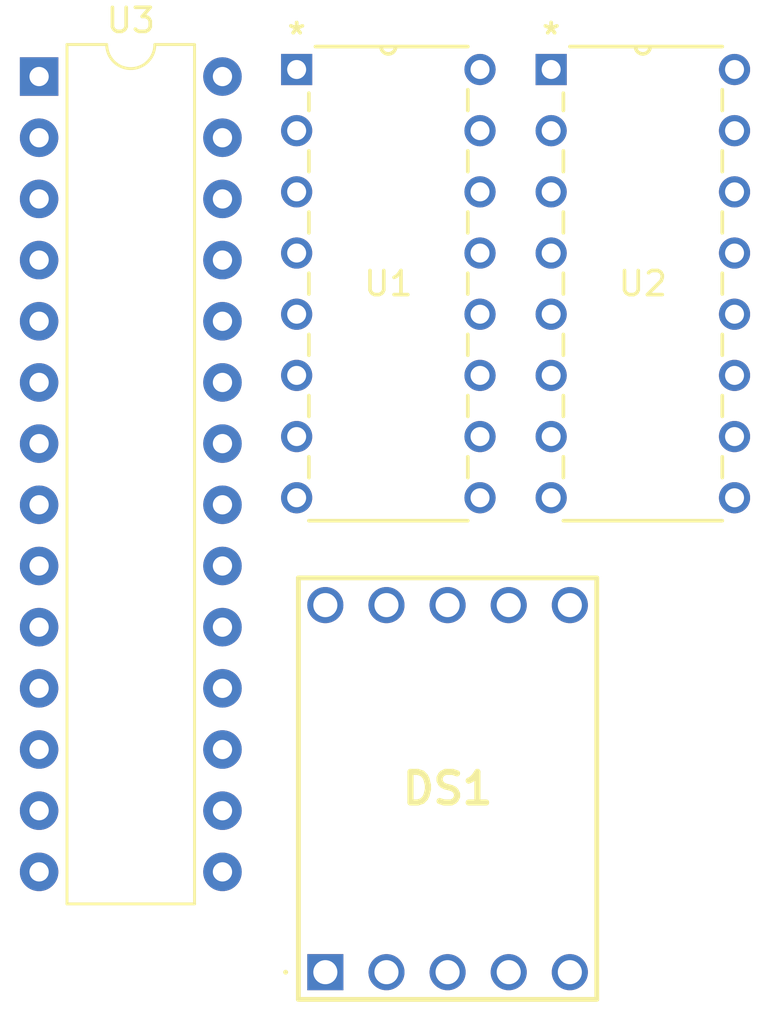
<source format=kicad_pcb>
(kicad_pcb (version 20240108) (generator "pcbnew") (generator_version "8.0")
  (layers (0 "F.Cu" signal) (31 "B.Cu" signal) (34 "B.Paste" user) (35 "F.Paste" user) (36 "B.SilkS" user "B.Silkscreen") (37 "F.SilkS" user "F.Silkscreen") (38 "B.Mask" user) (39 "F.Mask" user) (44 "Edge.Cuts" user))
  (net 0 "")
  (net 58 "Net-(U3-GND-Pad22)")
  (footprint "CD74HCT4511E:N16" (layer "F.Cu") (at 97.4242 49.5)
    (property "Reference" "U1" (at -3.81 -8.89 0) (layer "F.SilkS"))
    (property "Value" "CD74HCT4511E")
    (fp_line (start -7.112 -16.79956) (end -7.112 -16.078569) (stroke (width 0.1524)) (layer "F.SilkS"))
    (fp_line (start -7.112 -14.401431) (end -7.112 -13.538569) (stroke (width 0.1524)) (layer "F.SilkS"))
    (fp_line (start -7.112 -11.861431) (end -7.112 -10.998569) (stroke (width 0.1524)) (layer "F.SilkS"))
    (fp_line (start -7.112 -9.321431) (end -7.112 -8.458569) (stroke (width 0.1524)) (layer "F.SilkS"))
    (fp_line (start -7.112 -6.781431) (end -7.112 -5.918569) (stroke (width 0.1524)) (layer "F.SilkS"))
    (fp_line (start -7.112 -4.241431) (end -7.112 -3.378569) (stroke (width 0.1524)) (layer "F.SilkS"))
    (fp_line (start -7.112 -1.701431) (end -7.112 -0.838569) (stroke (width 0.1524)) (layer "F.SilkS"))
    (fp_line (start -7.112 0.9525) (end -0.508 0.9525) (stroke (width 0.1524)) (layer "F.SilkS"))
    (fp_line (start -0.508 -18.7325) (end -6.838835 -18.7325) (stroke (width 0.1524)) (layer "F.SilkS"))
    (fp_line (start -0.508 -16.078569) (end -0.508 -16.941431) (stroke (width 0.1524)) (layer "F.SilkS"))
    (fp_line (start -0.508 -13.538569) (end -0.508 -14.401431) (stroke (width 0.1524)) (layer "F.SilkS"))
    (fp_line (start -0.508 -10.998569) (end -0.508 -11.861431) (stroke (width 0.1524)) (layer "F.SilkS"))
    (fp_line (start -0.508 -8.458569) (end -0.508 -9.321431) (stroke (width 0.1524)) (layer "F.SilkS"))
    (fp_line (start -0.508 -5.918569) (end -0.508 -6.781431) (stroke (width 0.1524)) (layer "F.SilkS"))
    (fp_line (start -0.508 -3.378569) (end -0.508 -4.241431) (stroke (width 0.1524)) (layer "F.SilkS"))
    (fp_line (start -0.508 -0.838569) (end -0.508 -1.701431) (stroke (width 0.1524)) (layer "F.SilkS"))
    (fp_arc (start -3.5052 -18.7325) (mid -3.81 -18.4277) (end -4.1148 -18.7325) (stroke (width 0.1524)) (layer "F.SilkS"))
    (fp_text user "*" (at -7.62 -19.1897 0) (layer "F.SilkS"))
    (fp_text user "*" (at -7.62 -19.1897 0) (layer "F.SilkS"))
    (pad "1" thru_hole rect (at -7.62 -17.78) (size 1.2954 1.2954) (drill 0.7874) (layers "*.Cu" "*.Mask" "In1.Cu" "In2.Cu" "In3.Cu" "In4.Cu" "In5.Cu" "In6.Cu" "In7.Cu" "In8.Cu" "In9.Cu" "In10.Cu" "In11.Cu" "In12.Cu" "In13.Cu" "In14.Cu" "In15.Cu" "In16.Cu" "In17.Cu" "In18.Cu" "In19.Cu" "In20.Cu" "In21.Cu" "In22.Cu" "In23.Cu" "In24.Cu" "In25.Cu" "In26.Cu" "In27.Cu" "In28.Cu" "In29.Cu" "In30.Cu"))
    (pad "2" thru_hole circle (at -7.62 -15.24) (size 1.2954 1.2954) (drill 0.7874) (layers "*.Cu" "*.Mask" "In1.Cu" "In2.Cu" "In3.Cu" "In4.Cu" "In5.Cu" "In6.Cu" "In7.Cu" "In8.Cu" "In9.Cu" "In10.Cu" "In11.Cu" "In12.Cu" "In13.Cu" "In14.Cu" "In15.Cu" "In16.Cu" "In17.Cu" "In18.Cu" "In19.Cu" "In20.Cu" "In21.Cu" "In22.Cu" "In23.Cu" "In24.Cu" "In25.Cu" "In26.Cu" "In27.Cu" "In28.Cu" "In29.Cu" "In30.Cu"))
    (pad "3" thru_hole circle (at -7.62 -12.7) (size 1.2954 1.2954) (drill 0.7874) (layers "*.Cu" "*.Mask" "In1.Cu" "In2.Cu" "In3.Cu" "In4.Cu" "In5.Cu" "In6.Cu" "In7.Cu" "In8.Cu" "In9.Cu" "In10.Cu" "In11.Cu" "In12.Cu" "In13.Cu" "In14.Cu" "In15.Cu" "In16.Cu" "In17.Cu" "In18.Cu" "In19.Cu" "In20.Cu" "In21.Cu" "In22.Cu" "In23.Cu" "In24.Cu" "In25.Cu" "In26.Cu" "In27.Cu" "In28.Cu" "In29.Cu" "In30.Cu"))
    (pad "4" thru_hole circle (at -7.62 -10.16) (size 1.2954 1.2954) (drill 0.7874) (layers "*.Cu" "*.Mask" "In1.Cu" "In2.Cu" "In3.Cu" "In4.Cu" "In5.Cu" "In6.Cu" "In7.Cu" "In8.Cu" "In9.Cu" "In10.Cu" "In11.Cu" "In12.Cu" "In13.Cu" "In14.Cu" "In15.Cu" "In16.Cu" "In17.Cu" "In18.Cu" "In19.Cu" "In20.Cu" "In21.Cu" "In22.Cu" "In23.Cu" "In24.Cu" "In25.Cu" "In26.Cu" "In27.Cu" "In28.Cu" "In29.Cu" "In30.Cu"))
    (pad "5" thru_hole circle (at -7.62 -7.62) (size 1.2954 1.2954) (drill 0.7874) (layers "*.Cu" "*.Mask" "In1.Cu" "In2.Cu" "In3.Cu" "In4.Cu" "In5.Cu" "In6.Cu" "In7.Cu" "In8.Cu" "In9.Cu" "In10.Cu" "In11.Cu" "In12.Cu" "In13.Cu" "In14.Cu" "In15.Cu" "In16.Cu" "In17.Cu" "In18.Cu" "In19.Cu" "In20.Cu" "In21.Cu" "In22.Cu" "In23.Cu" "In24.Cu" "In25.Cu" "In26.Cu" "In27.Cu" "In28.Cu" "In29.Cu" "In30.Cu"))
    (pad "6" thru_hole circle (at -7.62 -5.08) (size 1.2954 1.2954) (drill 0.7874) (layers "*.Cu" "*.Mask" "In1.Cu" "In2.Cu" "In3.Cu" "In4.Cu" "In5.Cu" "In6.Cu" "In7.Cu" "In8.Cu" "In9.Cu" "In10.Cu" "In11.Cu" "In12.Cu" "In13.Cu" "In14.Cu" "In15.Cu" "In16.Cu" "In17.Cu" "In18.Cu" "In19.Cu" "In20.Cu" "In21.Cu" "In22.Cu" "In23.Cu" "In24.Cu" "In25.Cu" "In26.Cu" "In27.Cu" "In28.Cu" "In29.Cu" "In30.Cu"))
    (pad "7" thru_hole circle (at -7.62 -2.54) (size 1.2954 1.2954) (drill 0.7874) (layers "*.Cu" "*.Mask" "In1.Cu" "In2.Cu" "In3.Cu" "In4.Cu" "In5.Cu" "In6.Cu" "In7.Cu" "In8.Cu" "In9.Cu" "In10.Cu" "In11.Cu" "In12.Cu" "In13.Cu" "In14.Cu" "In15.Cu" "In16.Cu" "In17.Cu" "In18.Cu" "In19.Cu" "In20.Cu" "In21.Cu" "In22.Cu" "In23.Cu" "In24.Cu" "In25.Cu" "In26.Cu" "In27.Cu" "In28.Cu" "In29.Cu" "In30.Cu"))
    (pad "8" thru_hole circle (at -7.62 0) (size 1.2954 1.2954) (drill 0.7874) (layers "*.Cu" "*.Mask" "In1.Cu" "In2.Cu" "In3.Cu" "In4.Cu" "In5.Cu" "In6.Cu" "In7.Cu" "In8.Cu" "In9.Cu" "In10.Cu" "In11.Cu" "In12.Cu" "In13.Cu" "In14.Cu" "In15.Cu" "In16.Cu" "In17.Cu" "In18.Cu" "In19.Cu" "In20.Cu" "In21.Cu" "In22.Cu" "In23.Cu" "In24.Cu" "In25.Cu" "In26.Cu" "In27.Cu" "In28.Cu" "In29.Cu" "In30.Cu"))
    (pad "9" thru_hole circle (at 0 0) (size 1.2954 1.2954) (drill 0.7874) (layers "*.Cu" "*.Mask" "In1.Cu" "In2.Cu" "In3.Cu" "In4.Cu" "In5.Cu" "In6.Cu" "In7.Cu" "In8.Cu" "In9.Cu" "In10.Cu" "In11.Cu" "In12.Cu" "In13.Cu" "In14.Cu" "In15.Cu" "In16.Cu" "In17.Cu" "In18.Cu" "In19.Cu" "In20.Cu" "In21.Cu" "In22.Cu" "In23.Cu" "In24.Cu" "In25.Cu" "In26.Cu" "In27.Cu" "In28.Cu" "In29.Cu" "In30.Cu"))
    (pad "10" thru_hole circle (at 0 -2.54) (size 1.2954 1.2954) (drill 0.7874) (layers "*.Cu" "*.Mask" "In1.Cu" "In2.Cu" "In3.Cu" "In4.Cu" "In5.Cu" "In6.Cu" "In7.Cu" "In8.Cu" "In9.Cu" "In10.Cu" "In11.Cu" "In12.Cu" "In13.Cu" "In14.Cu" "In15.Cu" "In16.Cu" "In17.Cu" "In18.Cu" "In19.Cu" "In20.Cu" "In21.Cu" "In22.Cu" "In23.Cu" "In24.Cu" "In25.Cu" "In26.Cu" "In27.Cu" "In28.Cu" "In29.Cu" "In30.Cu"))
    (pad "11" thru_hole circle (at 0 -5.08) (size 1.2954 1.2954) (drill 0.7874) (layers "*.Cu" "*.Mask" "In1.Cu" "In2.Cu" "In3.Cu" "In4.Cu" "In5.Cu" "In6.Cu" "In7.Cu" "In8.Cu" "In9.Cu" "In10.Cu" "In11.Cu" "In12.Cu" "In13.Cu" "In14.Cu" "In15.Cu" "In16.Cu" "In17.Cu" "In18.Cu" "In19.Cu" "In20.Cu" "In21.Cu" "In22.Cu" "In23.Cu" "In24.Cu" "In25.Cu" "In26.Cu" "In27.Cu" "In28.Cu" "In29.Cu" "In30.Cu"))
    (pad "12" thru_hole circle (at 0 -7.62) (size 1.2954 1.2954) (drill 0.7874) (layers "*.Cu" "*.Mask" "In1.Cu" "In2.Cu" "In3.Cu" "In4.Cu" "In5.Cu" "In6.Cu" "In7.Cu" "In8.Cu" "In9.Cu" "In10.Cu" "In11.Cu" "In12.Cu" "In13.Cu" "In14.Cu" "In15.Cu" "In16.Cu" "In17.Cu" "In18.Cu" "In19.Cu" "In20.Cu" "In21.Cu" "In22.Cu" "In23.Cu" "In24.Cu" "In25.Cu" "In26.Cu" "In27.Cu" "In28.Cu" "In29.Cu" "In30.Cu"))
    (pad "13" thru_hole circle (at 0 -10.16) (size 1.2954 1.2954) (drill 0.7874) (layers "*.Cu" "*.Mask" "In1.Cu" "In2.Cu" "In3.Cu" "In4.Cu" "In5.Cu" "In6.Cu" "In7.Cu" "In8.Cu" "In9.Cu" "In10.Cu" "In11.Cu" "In12.Cu" "In13.Cu" "In14.Cu" "In15.Cu" "In16.Cu" "In17.Cu" "In18.Cu" "In19.Cu" "In20.Cu" "In21.Cu" "In22.Cu" "In23.Cu" "In24.Cu" "In25.Cu" "In26.Cu" "In27.Cu" "In28.Cu" "In29.Cu" "In30.Cu"))
    (pad "14" thru_hole circle (at 0 -12.7) (size 1.2954 1.2954) (drill 0.7874) (layers "*.Cu" "*.Mask" "In1.Cu" "In2.Cu" "In3.Cu" "In4.Cu" "In5.Cu" "In6.Cu" "In7.Cu" "In8.Cu" "In9.Cu" "In10.Cu" "In11.Cu" "In12.Cu" "In13.Cu" "In14.Cu" "In15.Cu" "In16.Cu" "In17.Cu" "In18.Cu" "In19.Cu" "In20.Cu" "In21.Cu" "In22.Cu" "In23.Cu" "In24.Cu" "In25.Cu" "In26.Cu" "In27.Cu" "In28.Cu" "In29.Cu" "In30.Cu"))
    (pad "15" thru_hole circle (at 0 -15.24) (size 1.2954 1.2954) (drill 0.7874) (layers "*.Cu" "*.Mask" "In1.Cu" "In2.Cu" "In3.Cu" "In4.Cu" "In5.Cu" "In6.Cu" "In7.Cu" "In8.Cu" "In9.Cu" "In10.Cu" "In11.Cu" "In12.Cu" "In13.Cu" "In14.Cu" "In15.Cu" "In16.Cu" "In17.Cu" "In18.Cu" "In19.Cu" "In20.Cu" "In21.Cu" "In22.Cu" "In23.Cu" "In24.Cu" "In25.Cu" "In26.Cu" "In27.Cu" "In28.Cu" "In29.Cu" "In30.Cu"))
    (pad "16" thru_hole circle (at 0 -17.78) (size 1.2954 1.2954) (drill 0.7874) (layers "*.Cu" "*.Mask" "In1.Cu" "In2.Cu" "In3.Cu" "In4.Cu" "In5.Cu" "In6.Cu" "In7.Cu" "In8.Cu" "In9.Cu" "In10.Cu" "In11.Cu" "In12.Cu" "In13.Cu" "In14.Cu" "In15.Cu" "In16.Cu" "In17.Cu" "In18.Cu" "In19.Cu" "In20.Cu" "In21.Cu" "In22.Cu" "In23.Cu" "In24.Cu" "In25.Cu" "In26.Cu" "In27.Cu" "In28.Cu" "In29.Cu" "In30.Cu"))
  )
  (footprint "SC52-11E:SC5211EWA" (layer "F.Cu") (at 90.9963 69.1973)
    (property "Reference" "DS1" (at 5.08 -7.62 0) (layer "F.SilkS") (effects (font (size 1.27 1.27) (thickness 0.254))))
    (property "Value" "SC52-11EWA" (hide yes))
    (fp_line (start -1.7 0) (end -1.7 0) (stroke (width 0.1)) (layer "F.SilkS"))
    (fp_line (start -1.6 0) (end -1.6 0) (stroke (width 0.1)) (layer "F.SilkS"))
    (fp_line (start -1.12 -16.37) (end -1.12 1.13) (stroke (width 0.2)) (layer "F.SilkS"))
    (fp_line (start -1.12 1.13) (end 11.28 1.13) (stroke (width 0.2)) (layer "F.SilkS"))
    (fp_line (start 11.28 -16.37) (end -1.12 -16.37) (stroke (width 0.2)) (layer "F.SilkS"))
    (fp_line (start 11.28 1.13) (end 11.28 -16.37) (stroke (width 0.2)) (layer "F.SilkS"))
    (fp_arc (start -1.7 0) (mid -1.65 -0.05) (end -1.6 0) (stroke (width 0.1)) (layer "F.SilkS"))
    (fp_arc (start -1.6 0) (mid -1.65 0.05) (end -1.7 0) (stroke (width 0.1)) (layer "F.SilkS"))
    (pad "1" thru_hole rect (at 0 0) (size 1.5 1.5) (drill 1) (layers "*.Cu" "*.Mask" "In1.Cu" "In2.Cu" "In3.Cu" "In4.Cu" "In5.Cu" "In6.Cu" "In7.Cu" "In8.Cu" "In9.Cu" "In10.Cu" "In11.Cu" "In12.Cu" "In13.Cu" "In14.Cu" "In15.Cu" "In16.Cu" "In17.Cu" "In18.Cu" "In19.Cu" "In20.Cu" "In21.Cu" "In22.Cu" "In23.Cu" "In24.Cu" "In25.Cu" "In26.Cu" "In27.Cu" "In28.Cu" "In29.Cu" "In30.Cu"))
    (pad "2" thru_hole circle (at 2.54 0) (size 1.5 1.5) (drill 1) (layers "*.Cu" "*.Mask" "In1.Cu" "In2.Cu" "In3.Cu" "In4.Cu" "In5.Cu" "In6.Cu" "In7.Cu" "In8.Cu" "In9.Cu" "In10.Cu" "In11.Cu" "In12.Cu" "In13.Cu" "In14.Cu" "In15.Cu" "In16.Cu" "In17.Cu" "In18.Cu" "In19.Cu" "In20.Cu" "In21.Cu" "In22.Cu" "In23.Cu" "In24.Cu" "In25.Cu" "In26.Cu" "In27.Cu" "In28.Cu" "In29.Cu" "In30.Cu"))
    (pad "3" thru_hole circle (at 5.08 0) (size 1.5 1.5) (drill 1) (layers "*.Cu" "*.Mask" "In1.Cu" "In2.Cu" "In3.Cu" "In4.Cu" "In5.Cu" "In6.Cu" "In7.Cu" "In8.Cu" "In9.Cu" "In10.Cu" "In11.Cu" "In12.Cu" "In13.Cu" "In14.Cu" "In15.Cu" "In16.Cu" "In17.Cu" "In18.Cu" "In19.Cu" "In20.Cu" "In21.Cu" "In22.Cu" "In23.Cu" "In24.Cu" "In25.Cu" "In26.Cu" "In27.Cu" "In28.Cu" "In29.Cu" "In30.Cu"))
    (pad "4" thru_hole circle (at 7.62 0) (size 1.5 1.5) (drill 1) (layers "*.Cu" "*.Mask" "In1.Cu" "In2.Cu" "In3.Cu" "In4.Cu" "In5.Cu" "In6.Cu" "In7.Cu" "In8.Cu" "In9.Cu" "In10.Cu" "In11.Cu" "In12.Cu" "In13.Cu" "In14.Cu" "In15.Cu" "In16.Cu" "In17.Cu" "In18.Cu" "In19.Cu" "In20.Cu" "In21.Cu" "In22.Cu" "In23.Cu" "In24.Cu" "In25.Cu" "In26.Cu" "In27.Cu" "In28.Cu" "In29.Cu" "In30.Cu"))
    (pad "5" thru_hole circle (at 10.16 0) (size 1.5 1.5) (drill 1) (layers "*.Cu" "*.Mask" "In1.Cu" "In2.Cu" "In3.Cu" "In4.Cu" "In5.Cu" "In6.Cu" "In7.Cu" "In8.Cu" "In9.Cu" "In10.Cu" "In11.Cu" "In12.Cu" "In13.Cu" "In14.Cu" "In15.Cu" "In16.Cu" "In17.Cu" "In18.Cu" "In19.Cu" "In20.Cu" "In21.Cu" "In22.Cu" "In23.Cu" "In24.Cu" "In25.Cu" "In26.Cu" "In27.Cu" "In28.Cu" "In29.Cu" "In30.Cu"))
    (pad "6" thru_hole circle (at 10.16 -15.24) (size 1.5 1.5) (drill 1) (layers "*.Cu" "*.Mask" "In1.Cu" "In2.Cu" "In3.Cu" "In4.Cu" "In5.Cu" "In6.Cu" "In7.Cu" "In8.Cu" "In9.Cu" "In10.Cu" "In11.Cu" "In12.Cu" "In13.Cu" "In14.Cu" "In15.Cu" "In16.Cu" "In17.Cu" "In18.Cu" "In19.Cu" "In20.Cu" "In21.Cu" "In22.Cu" "In23.Cu" "In24.Cu" "In25.Cu" "In26.Cu" "In27.Cu" "In28.Cu" "In29.Cu" "In30.Cu"))
    (pad "7" thru_hole circle (at 7.62 -15.24) (size 1.5 1.5) (drill 1) (layers "*.Cu" "*.Mask" "In1.Cu" "In2.Cu" "In3.Cu" "In4.Cu" "In5.Cu" "In6.Cu" "In7.Cu" "In8.Cu" "In9.Cu" "In10.Cu" "In11.Cu" "In12.Cu" "In13.Cu" "In14.Cu" "In15.Cu" "In16.Cu" "In17.Cu" "In18.Cu" "In19.Cu" "In20.Cu" "In21.Cu" "In22.Cu" "In23.Cu" "In24.Cu" "In25.Cu" "In26.Cu" "In27.Cu" "In28.Cu" "In29.Cu" "In30.Cu"))
    (pad "8" thru_hole circle (at 5.08 -15.24) (size 1.5 1.5) (drill 1) (layers "*.Cu" "*.Mask" "In1.Cu" "In2.Cu" "In3.Cu" "In4.Cu" "In5.Cu" "In6.Cu" "In7.Cu" "In8.Cu" "In9.Cu" "In10.Cu" "In11.Cu" "In12.Cu" "In13.Cu" "In14.Cu" "In15.Cu" "In16.Cu" "In17.Cu" "In18.Cu" "In19.Cu" "In20.Cu" "In21.Cu" "In22.Cu" "In23.Cu" "In24.Cu" "In25.Cu" "In26.Cu" "In27.Cu" "In28.Cu" "In29.Cu" "In30.Cu"))
    (pad "9" thru_hole circle (at 2.54 -15.24) (size 1.5 1.5) (drill 1) (layers "*.Cu" "*.Mask" "In1.Cu" "In2.Cu" "In3.Cu" "In4.Cu" "In5.Cu" "In6.Cu" "In7.Cu" "In8.Cu" "In9.Cu" "In10.Cu" "In11.Cu" "In12.Cu" "In13.Cu" "In14.Cu" "In15.Cu" "In16.Cu" "In17.Cu" "In18.Cu" "In19.Cu" "In20.Cu" "In21.Cu" "In22.Cu" "In23.Cu" "In24.Cu" "In25.Cu" "In26.Cu" "In27.Cu" "In28.Cu" "In29.Cu" "In30.Cu"))
    (pad "10" thru_hole circle (at 0 -15.24) (size 1.5 1.5) (drill 1) (layers "*.Cu" "*.Mask" "In1.Cu" "In2.Cu" "In3.Cu" "In4.Cu" "In5.Cu" "In6.Cu" "In7.Cu" "In8.Cu" "In9.Cu" "In10.Cu" "In11.Cu" "In12.Cu" "In13.Cu" "In14.Cu" "In15.Cu" "In16.Cu" "In17.Cu" "In18.Cu" "In19.Cu" "In20.Cu" "In21.Cu" "In22.Cu" "In23.Cu" "In24.Cu" "In25.Cu" "In26.Cu" "In27.Cu" "In28.Cu" "In29.Cu" "In30.Cu"))
  )
  (footprint "CD74HCT4511E:N16" (layer "F.Cu") (at 108 49.5)
    (property "Reference" "U2" (at -3.81 -8.89 0) (layer "F.SilkS"))
    (property "Value" "CD74HCT4511E")
    (fp_line (start -7.112 -16.79956) (end -7.112 -16.078569) (stroke (width 0.1524)) (layer "F.SilkS"))
    (fp_line (start -7.112 -14.401431) (end -7.112 -13.538569) (stroke (width 0.1524)) (layer "F.SilkS"))
    (fp_line (start -7.112 -11.861431) (end -7.112 -10.998569) (stroke (width 0.1524)) (layer "F.SilkS"))
    (fp_line (start -7.112 -9.321431) (end -7.112 -8.458569) (stroke (width 0.1524)) (layer "F.SilkS"))
    (fp_line (start -7.112 -6.781431) (end -7.112 -5.918569) (stroke (width 0.1524)) (layer "F.SilkS"))
    (fp_line (start -7.112 -4.241431) (end -7.112 -3.378569) (stroke (width 0.1524)) (layer "F.SilkS"))
    (fp_line (start -7.112 -1.701431) (end -7.112 -0.838569) (stroke (width 0.1524)) (layer "F.SilkS"))
    (fp_line (start -7.112 0.9525) (end -0.508 0.9525) (stroke (width 0.1524)) (layer "F.SilkS"))
    (fp_line (start -0.508 -18.7325) (end -6.838835 -18.7325) (stroke (width 0.1524)) (layer "F.SilkS"))
    (fp_line (start -0.508 -16.078569) (end -0.508 -16.941431) (stroke (width 0.1524)) (layer "F.SilkS"))
    (fp_line (start -0.508 -13.538569) (end -0.508 -14.401431) (stroke (width 0.1524)) (layer "F.SilkS"))
    (fp_line (start -0.508 -10.998569) (end -0.508 -11.861431) (stroke (width 0.1524)) (layer "F.SilkS"))
    (fp_line (start -0.508 -8.458569) (end -0.508 -9.321431) (stroke (width 0.1524)) (layer "F.SilkS"))
    (fp_line (start -0.508 -5.918569) (end -0.508 -6.781431) (stroke (width 0.1524)) (layer "F.SilkS"))
    (fp_line (start -0.508 -3.378569) (end -0.508 -4.241431) (stroke (width 0.1524)) (layer "F.SilkS"))
    (fp_line (start -0.508 -0.838569) (end -0.508 -1.701431) (stroke (width 0.1524)) (layer "F.SilkS"))
    (fp_arc (start -3.5052 -18.7325) (mid -3.81 -18.4277) (end -4.1148 -18.7325) (stroke (width 0.1524)) (layer "F.SilkS"))
    (fp_text user "*" (at -7.62 -19.1897 0) (layer "F.SilkS"))
    (fp_text user "*" (at -7.62 -19.1897 0) (layer "F.SilkS"))
    (pad "1" thru_hole rect (at -7.62 -17.78) (size 1.2954 1.2954) (drill 0.7874) (layers "*.Cu" "*.Mask" "In1.Cu" "In2.Cu" "In3.Cu" "In4.Cu" "In5.Cu" "In6.Cu" "In7.Cu" "In8.Cu" "In9.Cu" "In10.Cu" "In11.Cu" "In12.Cu" "In13.Cu" "In14.Cu" "In15.Cu" "In16.Cu" "In17.Cu" "In18.Cu" "In19.Cu" "In20.Cu" "In21.Cu" "In22.Cu" "In23.Cu" "In24.Cu" "In25.Cu" "In26.Cu" "In27.Cu" "In28.Cu" "In29.Cu" "In30.Cu"))
    (pad "2" thru_hole circle (at -7.62 -15.24) (size 1.2954 1.2954) (drill 0.7874) (layers "*.Cu" "*.Mask" "In1.Cu" "In2.Cu" "In3.Cu" "In4.Cu" "In5.Cu" "In6.Cu" "In7.Cu" "In8.Cu" "In9.Cu" "In10.Cu" "In11.Cu" "In12.Cu" "In13.Cu" "In14.Cu" "In15.Cu" "In16.Cu" "In17.Cu" "In18.Cu" "In19.Cu" "In20.Cu" "In21.Cu" "In22.Cu" "In23.Cu" "In24.Cu" "In25.Cu" "In26.Cu" "In27.Cu" "In28.Cu" "In29.Cu" "In30.Cu"))
    (pad "3" thru_hole circle (at -7.62 -12.7) (size 1.2954 1.2954) (drill 0.7874) (layers "*.Cu" "*.Mask" "In1.Cu" "In2.Cu" "In3.Cu" "In4.Cu" "In5.Cu" "In6.Cu" "In7.Cu" "In8.Cu" "In9.Cu" "In10.Cu" "In11.Cu" "In12.Cu" "In13.Cu" "In14.Cu" "In15.Cu" "In16.Cu" "In17.Cu" "In18.Cu" "In19.Cu" "In20.Cu" "In21.Cu" "In22.Cu" "In23.Cu" "In24.Cu" "In25.Cu" "In26.Cu" "In27.Cu" "In28.Cu" "In29.Cu" "In30.Cu"))
    (pad "4" thru_hole circle (at -7.62 -10.16) (size 1.2954 1.2954) (drill 0.7874) (layers "*.Cu" "*.Mask" "In1.Cu" "In2.Cu" "In3.Cu" "In4.Cu" "In5.Cu" "In6.Cu" "In7.Cu" "In8.Cu" "In9.Cu" "In10.Cu" "In11.Cu" "In12.Cu" "In13.Cu" "In14.Cu" "In15.Cu" "In16.Cu" "In17.Cu" "In18.Cu" "In19.Cu" "In20.Cu" "In21.Cu" "In22.Cu" "In23.Cu" "In24.Cu" "In25.Cu" "In26.Cu" "In27.Cu" "In28.Cu" "In29.Cu" "In30.Cu"))
    (pad "5" thru_hole circle (at -7.62 -7.62) (size 1.2954 1.2954) (drill 0.7874) (layers "*.Cu" "*.Mask" "In1.Cu" "In2.Cu" "In3.Cu" "In4.Cu" "In5.Cu" "In6.Cu" "In7.Cu" "In8.Cu" "In9.Cu" "In10.Cu" "In11.Cu" "In12.Cu" "In13.Cu" "In14.Cu" "In15.Cu" "In16.Cu" "In17.Cu" "In18.Cu" "In19.Cu" "In20.Cu" "In21.Cu" "In22.Cu" "In23.Cu" "In24.Cu" "In25.Cu" "In26.Cu" "In27.Cu" "In28.Cu" "In29.Cu" "In30.Cu"))
    (pad "6" thru_hole circle (at -7.62 -5.08) (size 1.2954 1.2954) (drill 0.7874) (layers "*.Cu" "*.Mask" "In1.Cu" "In2.Cu" "In3.Cu" "In4.Cu" "In5.Cu" "In6.Cu" "In7.Cu" "In8.Cu" "In9.Cu" "In10.Cu" "In11.Cu" "In12.Cu" "In13.Cu" "In14.Cu" "In15.Cu" "In16.Cu" "In17.Cu" "In18.Cu" "In19.Cu" "In20.Cu" "In21.Cu" "In22.Cu" "In23.Cu" "In24.Cu" "In25.Cu" "In26.Cu" "In27.Cu" "In28.Cu" "In29.Cu" "In30.Cu"))
    (pad "7" thru_hole circle (at -7.62 -2.54) (size 1.2954 1.2954) (drill 0.7874) (layers "*.Cu" "*.Mask" "In1.Cu" "In2.Cu" "In3.Cu" "In4.Cu" "In5.Cu" "In6.Cu" "In7.Cu" "In8.Cu" "In9.Cu" "In10.Cu" "In11.Cu" "In12.Cu" "In13.Cu" "In14.Cu" "In15.Cu" "In16.Cu" "In17.Cu" "In18.Cu" "In19.Cu" "In20.Cu" "In21.Cu" "In22.Cu" "In23.Cu" "In24.Cu" "In25.Cu" "In26.Cu" "In27.Cu" "In28.Cu" "In29.Cu" "In30.Cu"))
    (pad "8" thru_hole circle (at -7.62 0) (size 1.2954 1.2954) (drill 0.7874) (layers "*.Cu" "*.Mask" "In1.Cu" "In2.Cu" "In3.Cu" "In4.Cu" "In5.Cu" "In6.Cu" "In7.Cu" "In8.Cu" "In9.Cu" "In10.Cu" "In11.Cu" "In12.Cu" "In13.Cu" "In14.Cu" "In15.Cu" "In16.Cu" "In17.Cu" "In18.Cu" "In19.Cu" "In20.Cu" "In21.Cu" "In22.Cu" "In23.Cu" "In24.Cu" "In25.Cu" "In26.Cu" "In27.Cu" "In28.Cu" "In29.Cu" "In30.Cu"))
    (pad "9" thru_hole circle (at 0 0) (size 1.2954 1.2954) (drill 0.7874) (layers "*.Cu" "*.Mask" "In1.Cu" "In2.Cu" "In3.Cu" "In4.Cu" "In5.Cu" "In6.Cu" "In7.Cu" "In8.Cu" "In9.Cu" "In10.Cu" "In11.Cu" "In12.Cu" "In13.Cu" "In14.Cu" "In15.Cu" "In16.Cu" "In17.Cu" "In18.Cu" "In19.Cu" "In20.Cu" "In21.Cu" "In22.Cu" "In23.Cu" "In24.Cu" "In25.Cu" "In26.Cu" "In27.Cu" "In28.Cu" "In29.Cu" "In30.Cu"))
    (pad "10" thru_hole circle (at 0 -2.54) (size 1.2954 1.2954) (drill 0.7874) (layers "*.Cu" "*.Mask" "In1.Cu" "In2.Cu" "In3.Cu" "In4.Cu" "In5.Cu" "In6.Cu" "In7.Cu" "In8.Cu" "In9.Cu" "In10.Cu" "In11.Cu" "In12.Cu" "In13.Cu" "In14.Cu" "In15.Cu" "In16.Cu" "In17.Cu" "In18.Cu" "In19.Cu" "In20.Cu" "In21.Cu" "In22.Cu" "In23.Cu" "In24.Cu" "In25.Cu" "In26.Cu" "In27.Cu" "In28.Cu" "In29.Cu" "In30.Cu"))
    (pad "11" thru_hole circle (at 0 -5.08) (size 1.2954 1.2954) (drill 0.7874) (layers "*.Cu" "*.Mask" "In1.Cu" "In2.Cu" "In3.Cu" "In4.Cu" "In5.Cu" "In6.Cu" "In7.Cu" "In8.Cu" "In9.Cu" "In10.Cu" "In11.Cu" "In12.Cu" "In13.Cu" "In14.Cu" "In15.Cu" "In16.Cu" "In17.Cu" "In18.Cu" "In19.Cu" "In20.Cu" "In21.Cu" "In22.Cu" "In23.Cu" "In24.Cu" "In25.Cu" "In26.Cu" "In27.Cu" "In28.Cu" "In29.Cu" "In30.Cu"))
    (pad "12" thru_hole circle (at 0 -7.62) (size 1.2954 1.2954) (drill 0.7874) (layers "*.Cu" "*.Mask" "In1.Cu" "In2.Cu" "In3.Cu" "In4.Cu" "In5.Cu" "In6.Cu" "In7.Cu" "In8.Cu" "In9.Cu" "In10.Cu" "In11.Cu" "In12.Cu" "In13.Cu" "In14.Cu" "In15.Cu" "In16.Cu" "In17.Cu" "In18.Cu" "In19.Cu" "In20.Cu" "In21.Cu" "In22.Cu" "In23.Cu" "In24.Cu" "In25.Cu" "In26.Cu" "In27.Cu" "In28.Cu" "In29.Cu" "In30.Cu"))
    (pad "13" thru_hole circle (at 0 -10.16) (size 1.2954 1.2954) (drill 0.7874) (layers "*.Cu" "*.Mask" "In1.Cu" "In2.Cu" "In3.Cu" "In4.Cu" "In5.Cu" "In6.Cu" "In7.Cu" "In8.Cu" "In9.Cu" "In10.Cu" "In11.Cu" "In12.Cu" "In13.Cu" "In14.Cu" "In15.Cu" "In16.Cu" "In17.Cu" "In18.Cu" "In19.Cu" "In20.Cu" "In21.Cu" "In22.Cu" "In23.Cu" "In24.Cu" "In25.Cu" "In26.Cu" "In27.Cu" "In28.Cu" "In29.Cu" "In30.Cu"))
    (pad "14" thru_hole circle (at 0 -12.7) (size 1.2954 1.2954) (drill 0.7874) (layers "*.Cu" "*.Mask" "In1.Cu" "In2.Cu" "In3.Cu" "In4.Cu" "In5.Cu" "In6.Cu" "In7.Cu" "In8.Cu" "In9.Cu" "In10.Cu" "In11.Cu" "In12.Cu" "In13.Cu" "In14.Cu" "In15.Cu" "In16.Cu" "In17.Cu" "In18.Cu" "In19.Cu" "In20.Cu" "In21.Cu" "In22.Cu" "In23.Cu" "In24.Cu" "In25.Cu" "In26.Cu" "In27.Cu" "In28.Cu" "In29.Cu" "In30.Cu"))
    (pad "15" thru_hole circle (at 0 -15.24) (size 1.2954 1.2954) (drill 0.7874) (layers "*.Cu" "*.Mask" "In1.Cu" "In2.Cu" "In3.Cu" "In4.Cu" "In5.Cu" "In6.Cu" "In7.Cu" "In8.Cu" "In9.Cu" "In10.Cu" "In11.Cu" "In12.Cu" "In13.Cu" "In14.Cu" "In15.Cu" "In16.Cu" "In17.Cu" "In18.Cu" "In19.Cu" "In20.Cu" "In21.Cu" "In22.Cu" "In23.Cu" "In24.Cu" "In25.Cu" "In26.Cu" "In27.Cu" "In28.Cu" "In29.Cu" "In30.Cu"))
    (pad "16" thru_hole circle (at 0 -17.78) (size 1.2954 1.2954) (drill 0.7874) (layers "*.Cu" "*.Mask" "In1.Cu" "In2.Cu" "In3.Cu" "In4.Cu" "In5.Cu" "In6.Cu" "In7.Cu" "In8.Cu" "In9.Cu" "In10.Cu" "In11.Cu" "In12.Cu" "In13.Cu" "In14.Cu" "In15.Cu" "In16.Cu" "In17.Cu" "In18.Cu" "In19.Cu" "In20.Cu" "In21.Cu" "In22.Cu" "In23.Cu" "In24.Cu" "In25.Cu" "In26.Cu" "In27.Cu" "In28.Cu" "In29.Cu" "In30.Cu"))
  )
  (footprint "Package_DIP:DIP-28_W7.62mm" (layer "F.Cu") (at 79.1013 32.0123)
    (property "Reference" "U3" (at 3.81 -2.33 0) (layer "F.SilkS"))
    (property "Value" "ATmega88A-P")
    (fp_line (start 1.16 -1.33) (end 1.16 34.35) (stroke (width 0.12)) (layer "F.SilkS"))
    (fp_line (start 1.16 34.35) (end 6.46 34.35) (stroke (width 0.12)) (layer "F.SilkS"))
    (fp_line (start 2.81 -1.33) (end 1.16 -1.33) (stroke (width 0.12)) (layer "F.SilkS"))
    (fp_line (start 6.46 -1.33) (end 4.81 -1.33) (stroke (width 0.12)) (layer "F.SilkS"))
    (fp_line (start 6.46 34.35) (end 6.46 -1.33) (stroke (width 0.12)) (layer "F.SilkS"))
    (fp_arc (start 4.81 -1.33) (mid 3.81 -0.33) (end 2.81 -1.33) (stroke (width 0.12)) (layer "F.SilkS"))
    (pad "1" thru_hole rect (at 0 0) (size 1.6 1.6) (drill 0.8) (layers "*.Cu" "*.Mask" "In1.Cu" "In2.Cu" "In3.Cu" "In4.Cu" "In5.Cu" "In6.Cu" "In7.Cu" "In8.Cu" "In9.Cu" "In10.Cu" "In11.Cu" "In12.Cu" "In13.Cu" "In14.Cu" "In15.Cu" "In16.Cu" "In17.Cu" "In18.Cu" "In19.Cu" "In20.Cu" "In21.Cu" "In22.Cu" "In23.Cu" "In24.Cu" "In25.Cu" "In26.Cu" "In27.Cu" "In28.Cu" "In29.Cu" "In30.Cu"))
    (pad "2" thru_hole oval (at 0 2.54) (size 1.6 1.6) (drill 0.8) (layers "*.Cu" "*.Mask" "In1.Cu" "In2.Cu" "In3.Cu" "In4.Cu" "In5.Cu" "In6.Cu" "In7.Cu" "In8.Cu" "In9.Cu" "In10.Cu" "In11.Cu" "In12.Cu" "In13.Cu" "In14.Cu" "In15.Cu" "In16.Cu" "In17.Cu" "In18.Cu" "In19.Cu" "In20.Cu" "In21.Cu" "In22.Cu" "In23.Cu" "In24.Cu" "In25.Cu" "In26.Cu" "In27.Cu" "In28.Cu" "In29.Cu" "In30.Cu"))
    (pad "3" thru_hole oval (at 0 5.08) (size 1.6 1.6) (drill 0.8) (layers "*.Cu" "*.Mask" "In1.Cu" "In2.Cu" "In3.Cu" "In4.Cu" "In5.Cu" "In6.Cu" "In7.Cu" "In8.Cu" "In9.Cu" "In10.Cu" "In11.Cu" "In12.Cu" "In13.Cu" "In14.Cu" "In15.Cu" "In16.Cu" "In17.Cu" "In18.Cu" "In19.Cu" "In20.Cu" "In21.Cu" "In22.Cu" "In23.Cu" "In24.Cu" "In25.Cu" "In26.Cu" "In27.Cu" "In28.Cu" "In29.Cu" "In30.Cu"))
    (pad "4" thru_hole oval (at 0 7.62) (size 1.6 1.6) (drill 0.8) (layers "*.Cu" "*.Mask" "In1.Cu" "In2.Cu" "In3.Cu" "In4.Cu" "In5.Cu" "In6.Cu" "In7.Cu" "In8.Cu" "In9.Cu" "In10.Cu" "In11.Cu" "In12.Cu" "In13.Cu" "In14.Cu" "In15.Cu" "In16.Cu" "In17.Cu" "In18.Cu" "In19.Cu" "In20.Cu" "In21.Cu" "In22.Cu" "In23.Cu" "In24.Cu" "In25.Cu" "In26.Cu" "In27.Cu" "In28.Cu" "In29.Cu" "In30.Cu"))
    (pad "5" thru_hole oval (at 0 10.16) (size 1.6 1.6) (drill 0.8) (layers "*.Cu" "*.Mask" "In1.Cu" "In2.Cu" "In3.Cu" "In4.Cu" "In5.Cu" "In6.Cu" "In7.Cu" "In8.Cu" "In9.Cu" "In10.Cu" "In11.Cu" "In12.Cu" "In13.Cu" "In14.Cu" "In15.Cu" "In16.Cu" "In17.Cu" "In18.Cu" "In19.Cu" "In20.Cu" "In21.Cu" "In22.Cu" "In23.Cu" "In24.Cu" "In25.Cu" "In26.Cu" "In27.Cu" "In28.Cu" "In29.Cu" "In30.Cu"))
    (pad "6" thru_hole oval (at 0 12.7) (size 1.6 1.6) (drill 0.8) (layers "*.Cu" "*.Mask" "In1.Cu" "In2.Cu" "In3.Cu" "In4.Cu" "In5.Cu" "In6.Cu" "In7.Cu" "In8.Cu" "In9.Cu" "In10.Cu" "In11.Cu" "In12.Cu" "In13.Cu" "In14.Cu" "In15.Cu" "In16.Cu" "In17.Cu" "In18.Cu" "In19.Cu" "In20.Cu" "In21.Cu" "In22.Cu" "In23.Cu" "In24.Cu" "In25.Cu" "In26.Cu" "In27.Cu" "In28.Cu" "In29.Cu" "In30.Cu"))
    (pad "7" thru_hole oval (at 0 15.24) (size 1.6 1.6) (drill 0.8) (layers "*.Cu" "*.Mask" "In1.Cu" "In2.Cu" "In3.Cu" "In4.Cu" "In5.Cu" "In6.Cu" "In7.Cu" "In8.Cu" "In9.Cu" "In10.Cu" "In11.Cu" "In12.Cu" "In13.Cu" "In14.Cu" "In15.Cu" "In16.Cu" "In17.Cu" "In18.Cu" "In19.Cu" "In20.Cu" "In21.Cu" "In22.Cu" "In23.Cu" "In24.Cu" "In25.Cu" "In26.Cu" "In27.Cu" "In28.Cu" "In29.Cu" "In30.Cu"))
    (pad "8" thru_hole oval (at 0 17.78) (size 1.6 1.6) (drill 0.8) (layers "*.Cu" "*.Mask" "In1.Cu" "In2.Cu" "In3.Cu" "In4.Cu" "In5.Cu" "In6.Cu" "In7.Cu" "In8.Cu" "In9.Cu" "In10.Cu" "In11.Cu" "In12.Cu" "In13.Cu" "In14.Cu" "In15.Cu" "In16.Cu" "In17.Cu" "In18.Cu" "In19.Cu" "In20.Cu" "In21.Cu" "In22.Cu" "In23.Cu" "In24.Cu" "In25.Cu" "In26.Cu" "In27.Cu" "In28.Cu" "In29.Cu" "In30.Cu") (net 58 "Net-(U3-GND-Pad22)"))
    (pad "9" thru_hole oval (at 0 20.32) (size 1.6 1.6) (drill 0.8) (layers "*.Cu" "*.Mask" "In1.Cu" "In2.Cu" "In3.Cu" "In4.Cu" "In5.Cu" "In6.Cu" "In7.Cu" "In8.Cu" "In9.Cu" "In10.Cu" "In11.Cu" "In12.Cu" "In13.Cu" "In14.Cu" "In15.Cu" "In16.Cu" "In17.Cu" "In18.Cu" "In19.Cu" "In20.Cu" "In21.Cu" "In22.Cu" "In23.Cu" "In24.Cu" "In25.Cu" "In26.Cu" "In27.Cu" "In28.Cu" "In29.Cu" "In30.Cu"))
    (pad "10" thru_hole oval (at 0 22.86) (size 1.6 1.6) (drill 0.8) (layers "*.Cu" "*.Mask" "In1.Cu" "In2.Cu" "In3.Cu" "In4.Cu" "In5.Cu" "In6.Cu" "In7.Cu" "In8.Cu" "In9.Cu" "In10.Cu" "In11.Cu" "In12.Cu" "In13.Cu" "In14.Cu" "In15.Cu" "In16.Cu" "In17.Cu" "In18.Cu" "In19.Cu" "In20.Cu" "In21.Cu" "In22.Cu" "In23.Cu" "In24.Cu" "In25.Cu" "In26.Cu" "In27.Cu" "In28.Cu" "In29.Cu" "In30.Cu"))
    (pad "11" thru_hole oval (at 0 25.4) (size 1.6 1.6) (drill 0.8) (layers "*.Cu" "*.Mask" "In1.Cu" "In2.Cu" "In3.Cu" "In4.Cu" "In5.Cu" "In6.Cu" "In7.Cu" "In8.Cu" "In9.Cu" "In10.Cu" "In11.Cu" "In12.Cu" "In13.Cu" "In14.Cu" "In15.Cu" "In16.Cu" "In17.Cu" "In18.Cu" "In19.Cu" "In20.Cu" "In21.Cu" "In22.Cu" "In23.Cu" "In24.Cu" "In25.Cu" "In26.Cu" "In27.Cu" "In28.Cu" "In29.Cu" "In30.Cu"))
    (pad "12" thru_hole oval (at 0 27.94) (size 1.6 1.6) (drill 0.8) (layers "*.Cu" "*.Mask" "In1.Cu" "In2.Cu" "In3.Cu" "In4.Cu" "In5.Cu" "In6.Cu" "In7.Cu" "In8.Cu" "In9.Cu" "In10.Cu" "In11.Cu" "In12.Cu" "In13.Cu" "In14.Cu" "In15.Cu" "In16.Cu" "In17.Cu" "In18.Cu" "In19.Cu" "In20.Cu" "In21.Cu" "In22.Cu" "In23.Cu" "In24.Cu" "In25.Cu" "In26.Cu" "In27.Cu" "In28.Cu" "In29.Cu" "In30.Cu"))
    (pad "13" thru_hole oval (at 0 30.48) (size 1.6 1.6) (drill 0.8) (layers "*.Cu" "*.Mask" "In1.Cu" "In2.Cu" "In3.Cu" "In4.Cu" "In5.Cu" "In6.Cu" "In7.Cu" "In8.Cu" "In9.Cu" "In10.Cu" "In11.Cu" "In12.Cu" "In13.Cu" "In14.Cu" "In15.Cu" "In16.Cu" "In17.Cu" "In18.Cu" "In19.Cu" "In20.Cu" "In21.Cu" "In22.Cu" "In23.Cu" "In24.Cu" "In25.Cu" "In26.Cu" "In27.Cu" "In28.Cu" "In29.Cu" "In30.Cu"))
    (pad "14" thru_hole oval (at 0 33.02) (size 1.6 1.6) (drill 0.8) (layers "*.Cu" "*.Mask" "In1.Cu" "In2.Cu" "In3.Cu" "In4.Cu" "In5.Cu" "In6.Cu" "In7.Cu" "In8.Cu" "In9.Cu" "In10.Cu" "In11.Cu" "In12.Cu" "In13.Cu" "In14.Cu" "In15.Cu" "In16.Cu" "In17.Cu" "In18.Cu" "In19.Cu" "In20.Cu" "In21.Cu" "In22.Cu" "In23.Cu" "In24.Cu" "In25.Cu" "In26.Cu" "In27.Cu" "In28.Cu" "In29.Cu" "In30.Cu"))
    (pad "15" thru_hole oval (at 7.62 33.02) (size 1.6 1.6) (drill 0.8) (layers "*.Cu" "*.Mask" "In1.Cu" "In2.Cu" "In3.Cu" "In4.Cu" "In5.Cu" "In6.Cu" "In7.Cu" "In8.Cu" "In9.Cu" "In10.Cu" "In11.Cu" "In12.Cu" "In13.Cu" "In14.Cu" "In15.Cu" "In16.Cu" "In17.Cu" "In18.Cu" "In19.Cu" "In20.Cu" "In21.Cu" "In22.Cu" "In23.Cu" "In24.Cu" "In25.Cu" "In26.Cu" "In27.Cu" "In28.Cu" "In29.Cu" "In30.Cu"))
    (pad "16" thru_hole oval (at 7.62 30.48) (size 1.6 1.6) (drill 0.8) (layers "*.Cu" "*.Mask" "In1.Cu" "In2.Cu" "In3.Cu" "In4.Cu" "In5.Cu" "In6.Cu" "In7.Cu" "In8.Cu" "In9.Cu" "In10.Cu" "In11.Cu" "In12.Cu" "In13.Cu" "In14.Cu" "In15.Cu" "In16.Cu" "In17.Cu" "In18.Cu" "In19.Cu" "In20.Cu" "In21.Cu" "In22.Cu" "In23.Cu" "In24.Cu" "In25.Cu" "In26.Cu" "In27.Cu" "In28.Cu" "In29.Cu" "In30.Cu"))
    (pad "17" thru_hole oval (at 7.62 27.94) (size 1.6 1.6) (drill 0.8) (layers "*.Cu" "*.Mask" "In1.Cu" "In2.Cu" "In3.Cu" "In4.Cu" "In5.Cu" "In6.Cu" "In7.Cu" "In8.Cu" "In9.Cu" "In10.Cu" "In11.Cu" "In12.Cu" "In13.Cu" "In14.Cu" "In15.Cu" "In16.Cu" "In17.Cu" "In18.Cu" "In19.Cu" "In20.Cu" "In21.Cu" "In22.Cu" "In23.Cu" "In24.Cu" "In25.Cu" "In26.Cu" "In27.Cu" "In28.Cu" "In29.Cu" "In30.Cu"))
    (pad "18" thru_hole oval (at 7.62 25.4) (size 1.6 1.6) (drill 0.8) (layers "*.Cu" "*.Mask" "In1.Cu" "In2.Cu" "In3.Cu" "In4.Cu" "In5.Cu" "In6.Cu" "In7.Cu" "In8.Cu" "In9.Cu" "In10.Cu" "In11.Cu" "In12.Cu" "In13.Cu" "In14.Cu" "In15.Cu" "In16.Cu" "In17.Cu" "In18.Cu" "In19.Cu" "In20.Cu" "In21.Cu" "In22.Cu" "In23.Cu" "In24.Cu" "In25.Cu" "In26.Cu" "In27.Cu" "In28.Cu" "In29.Cu" "In30.Cu"))
    (pad "19" thru_hole oval (at 7.62 22.86) (size 1.6 1.6) (drill 0.8) (layers "*.Cu" "*.Mask" "In1.Cu" "In2.Cu" "In3.Cu" "In4.Cu" "In5.Cu" "In6.Cu" "In7.Cu" "In8.Cu" "In9.Cu" "In10.Cu" "In11.Cu" "In12.Cu" "In13.Cu" "In14.Cu" "In15.Cu" "In16.Cu" "In17.Cu" "In18.Cu" "In19.Cu" "In20.Cu" "In21.Cu" "In22.Cu" "In23.Cu" "In24.Cu" "In25.Cu" "In26.Cu" "In27.Cu" "In28.Cu" "In29.Cu" "In30.Cu"))
    (pad "20" thru_hole oval (at 7.62 20.32) (size 1.6 1.6) (drill 0.8) (layers "*.Cu" "*.Mask" "In1.Cu" "In2.Cu" "In3.Cu" "In4.Cu" "In5.Cu" "In6.Cu" "In7.Cu" "In8.Cu" "In9.Cu" "In10.Cu" "In11.Cu" "In12.Cu" "In13.Cu" "In14.Cu" "In15.Cu" "In16.Cu" "In17.Cu" "In18.Cu" "In19.Cu" "In20.Cu" "In21.Cu" "In22.Cu" "In23.Cu" "In24.Cu" "In25.Cu" "In26.Cu" "In27.Cu" "In28.Cu" "In29.Cu" "In30.Cu"))
    (pad "21" thru_hole oval (at 7.62 17.78) (size 1.6 1.6) (drill 0.8) (layers "*.Cu" "*.Mask" "In1.Cu" "In2.Cu" "In3.Cu" "In4.Cu" "In5.Cu" "In6.Cu" "In7.Cu" "In8.Cu" "In9.Cu" "In10.Cu" "In11.Cu" "In12.Cu" "In13.Cu" "In14.Cu" "In15.Cu" "In16.Cu" "In17.Cu" "In18.Cu" "In19.Cu" "In20.Cu" "In21.Cu" "In22.Cu" "In23.Cu" "In24.Cu" "In25.Cu" "In26.Cu" "In27.Cu" "In28.Cu" "In29.Cu" "In30.Cu"))
    (pad "22" thru_hole oval (at 7.62 15.24) (size 1.6 1.6) (drill 0.8) (layers "*.Cu" "*.Mask" "In1.Cu" "In2.Cu" "In3.Cu" "In4.Cu" "In5.Cu" "In6.Cu" "In7.Cu" "In8.Cu" "In9.Cu" "In10.Cu" "In11.Cu" "In12.Cu" "In13.Cu" "In14.Cu" "In15.Cu" "In16.Cu" "In17.Cu" "In18.Cu" "In19.Cu" "In20.Cu" "In21.Cu" "In22.Cu" "In23.Cu" "In24.Cu" "In25.Cu" "In26.Cu" "In27.Cu" "In28.Cu" "In29.Cu" "In30.Cu") (net 58 "Net-(U3-GND-Pad22)"))
    (pad "23" thru_hole oval (at 7.62 12.7) (size 1.6 1.6) (drill 0.8) (layers "*.Cu" "*.Mask" "In1.Cu" "In2.Cu" "In3.Cu" "In4.Cu" "In5.Cu" "In6.Cu" "In7.Cu" "In8.Cu" "In9.Cu" "In10.Cu" "In11.Cu" "In12.Cu" "In13.Cu" "In14.Cu" "In15.Cu" "In16.Cu" "In17.Cu" "In18.Cu" "In19.Cu" "In20.Cu" "In21.Cu" "In22.Cu" "In23.Cu" "In24.Cu" "In25.Cu" "In26.Cu" "In27.Cu" "In28.Cu" "In29.Cu" "In30.Cu"))
    (pad "24" thru_hole oval (at 7.62 10.16) (size 1.6 1.6) (drill 0.8) (layers "*.Cu" "*.Mask" "In1.Cu" "In2.Cu" "In3.Cu" "In4.Cu" "In5.Cu" "In6.Cu" "In7.Cu" "In8.Cu" "In9.Cu" "In10.Cu" "In11.Cu" "In12.Cu" "In13.Cu" "In14.Cu" "In15.Cu" "In16.Cu" "In17.Cu" "In18.Cu" "In19.Cu" "In20.Cu" "In21.Cu" "In22.Cu" "In23.Cu" "In24.Cu" "In25.Cu" "In26.Cu" "In27.Cu" "In28.Cu" "In29.Cu" "In30.Cu"))
    (pad "25" thru_hole oval (at 7.62 7.62) (size 1.6 1.6) (drill 0.8) (layers "*.Cu" "*.Mask" "In1.Cu" "In2.Cu" "In3.Cu" "In4.Cu" "In5.Cu" "In6.Cu" "In7.Cu" "In8.Cu" "In9.Cu" "In10.Cu" "In11.Cu" "In12.Cu" "In13.Cu" "In14.Cu" "In15.Cu" "In16.Cu" "In17.Cu" "In18.Cu" "In19.Cu" "In20.Cu" "In21.Cu" "In22.Cu" "In23.Cu" "In24.Cu" "In25.Cu" "In26.Cu" "In27.Cu" "In28.Cu" "In29.Cu" "In30.Cu"))
    (pad "26" thru_hole oval (at 7.62 5.08) (size 1.6 1.6) (drill 0.8) (layers "*.Cu" "*.Mask" "In1.Cu" "In2.Cu" "In3.Cu" "In4.Cu" "In5.Cu" "In6.Cu" "In7.Cu" "In8.Cu" "In9.Cu" "In10.Cu" "In11.Cu" "In12.Cu" "In13.Cu" "In14.Cu" "In15.Cu" "In16.Cu" "In17.Cu" "In18.Cu" "In19.Cu" "In20.Cu" "In21.Cu" "In22.Cu" "In23.Cu" "In24.Cu" "In25.Cu" "In26.Cu" "In27.Cu" "In28.Cu" "In29.Cu" "In30.Cu"))
    (pad "27" thru_hole oval (at 7.62 2.54) (size 1.6 1.6) (drill 0.8) (layers "*.Cu" "*.Mask" "In1.Cu" "In2.Cu" "In3.Cu" "In4.Cu" "In5.Cu" "In6.Cu" "In7.Cu" "In8.Cu" "In9.Cu" "In10.Cu" "In11.Cu" "In12.Cu" "In13.Cu" "In14.Cu" "In15.Cu" "In16.Cu" "In17.Cu" "In18.Cu" "In19.Cu" "In20.Cu" "In21.Cu" "In22.Cu" "In23.Cu" "In24.Cu" "In25.Cu" "In26.Cu" "In27.Cu" "In28.Cu" "In29.Cu" "In30.Cu"))
    (pad "28" thru_hole oval (at 7.62 0) (size 1.6 1.6) (drill 0.8) (layers "*.Cu" "*.Mask" "In1.Cu" "In2.Cu" "In3.Cu" "In4.Cu" "In5.Cu" "In6.Cu" "In7.Cu" "In8.Cu" "In9.Cu" "In10.Cu" "In11.Cu" "In12.Cu" "In13.Cu" "In14.Cu" "In15.Cu" "In16.Cu" "In17.Cu" "In18.Cu" "In19.Cu" "In20.Cu" "In21.Cu" "In22.Cu" "In23.Cu" "In24.Cu" "In25.Cu" "In26.Cu" "In27.Cu" "In28.Cu" "In29.Cu" "In30.Cu"))
  )
)
</source>
